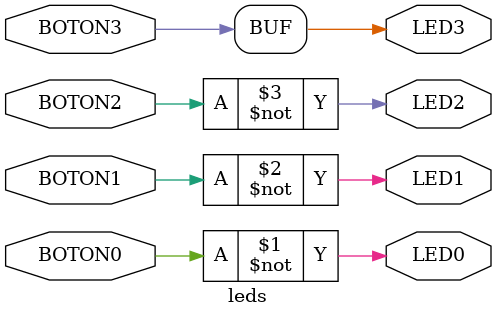
<source format=v>

module leds(output wire LED0,
            output wire LED1,
            output wire LED2,
            output wire LED3,
            input wire BOTON0,
            input wire BOTON1,
            input wire BOTON2,
            input wire BOTON3);

assign LED0 = ~BOTON0;
assign LED1 = ~BOTON1;
assign LED2 = ~BOTON2;
assign LED3 = BOTON3;

endmodule

</source>
